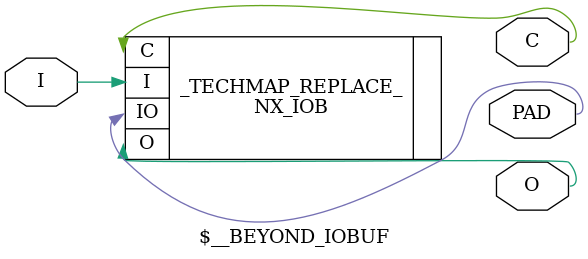
<source format=v>
module \$__BEYOND_IBUF (input PAD, output O);
	NX_IOB_I _TECHMAP_REPLACE_ (.IO(PAD), .O(O), .C(1'b0));
endmodule

module \$__BEYOND_OBUF (output PAD, input I);
	NX_IOB_O _TECHMAP_REPLACE_ (.IO(PAD), .I(I), .C(1'b1));
endmodule

module \$__BEYOND_TOBUF (output PAD, input I, input C);
	NX_IOB _TECHMAP_REPLACE_ (.IO(PAD), .I(I), .C(C));
endmodule

module \$__BEYOND_IOBUF (output PAD, input I, output O, output C);
	NX_IOB _TECHMAP_REPLACE_ (.IO(PAD), .I(I), .O(O), .C(C));
endmodule

</source>
